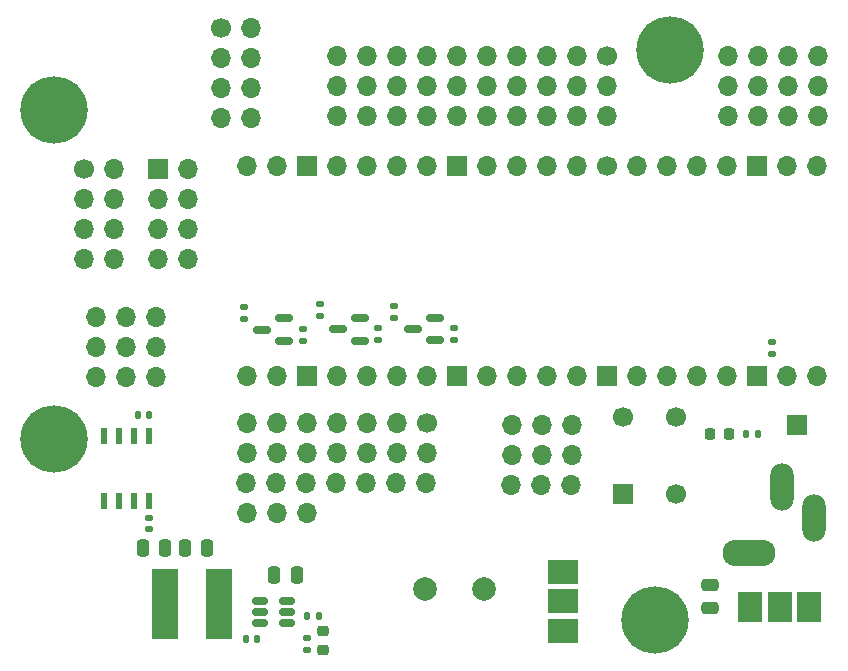
<source format=gbr>
%TF.GenerationSoftware,KiCad,Pcbnew,(6.0.9-0)*%
%TF.CreationDate,2023-04-03T15:52:03-04:00*%
%TF.ProjectId,rcc-pico,7263632d-7069-4636-9f2e-6b696361645f,rev?*%
%TF.SameCoordinates,Original*%
%TF.FileFunction,Soldermask,Top*%
%TF.FilePolarity,Negative*%
%FSLAX46Y46*%
G04 Gerber Fmt 4.6, Leading zero omitted, Abs format (unit mm)*
G04 Created by KiCad (PCBNEW (6.0.9-0)) date 2023-04-03 15:52:03*
%MOMM*%
%LPD*%
G01*
G04 APERTURE LIST*
G04 Aperture macros list*
%AMRoundRect*
0 Rectangle with rounded corners*
0 $1 Rounding radius*
0 $2 $3 $4 $5 $6 $7 $8 $9 X,Y pos of 4 corners*
0 Add a 4 corners polygon primitive as box body*
4,1,4,$2,$3,$4,$5,$6,$7,$8,$9,$2,$3,0*
0 Add four circle primitives for the rounded corners*
1,1,$1+$1,$2,$3*
1,1,$1+$1,$4,$5*
1,1,$1+$1,$6,$7*
1,1,$1+$1,$8,$9*
0 Add four rect primitives between the rounded corners*
20,1,$1+$1,$2,$3,$4,$5,0*
20,1,$1+$1,$4,$5,$6,$7,0*
20,1,$1+$1,$6,$7,$8,$9,0*
20,1,$1+$1,$8,$9,$2,$3,0*%
G04 Aperture macros list end*
%ADD10RoundRect,0.140000X-0.170000X0.140000X-0.170000X-0.140000X0.170000X-0.140000X0.170000X0.140000X0*%
%ADD11C,1.700000*%
%ADD12O,1.700000X1.700000*%
%ADD13RoundRect,0.218750X0.218750X0.256250X-0.218750X0.256250X-0.218750X-0.256250X0.218750X-0.256250X0*%
%ADD14RoundRect,0.150000X0.587500X0.150000X-0.587500X0.150000X-0.587500X-0.150000X0.587500X-0.150000X0*%
%ADD15R,1.700000X1.700000*%
%ADD16C,5.700000*%
%ADD17RoundRect,0.250000X0.250000X0.475000X-0.250000X0.475000X-0.250000X-0.475000X0.250000X-0.475000X0*%
%ADD18RoundRect,0.250000X-0.475000X0.250000X-0.475000X-0.250000X0.475000X-0.250000X0.475000X0.250000X0*%
%ADD19RoundRect,0.150000X0.512500X0.150000X-0.512500X0.150000X-0.512500X-0.150000X0.512500X-0.150000X0*%
%ADD20R,2.000000X2.550000*%
%ADD21RoundRect,0.135000X-0.135000X-0.185000X0.135000X-0.185000X0.135000X0.185000X-0.135000X0.185000X0*%
%ADD22RoundRect,0.135000X0.185000X-0.135000X0.185000X0.135000X-0.185000X0.135000X-0.185000X-0.135000X0*%
%ADD23RoundRect,0.135000X-0.185000X0.135000X-0.185000X-0.135000X0.185000X-0.135000X0.185000X0.135000X0*%
%ADD24R,2.550000X2.000000*%
%ADD25RoundRect,0.250000X-0.250000X-0.475000X0.250000X-0.475000X0.250000X0.475000X-0.250000X0.475000X0*%
%ADD26RoundRect,0.140000X0.140000X0.170000X-0.140000X0.170000X-0.140000X-0.170000X0.140000X-0.170000X0*%
%ADD27R,0.558800X1.460500*%
%ADD28RoundRect,0.225000X-0.250000X0.225000X-0.250000X-0.225000X0.250000X-0.225000X0.250000X0.225000X0*%
%ADD29C,2.000000*%
%ADD30O,4.500000X2.250000*%
%ADD31O,2.000000X4.000000*%
%ADD32R,2.225000X5.950000*%
G04 APERTURE END LIST*
D10*
%TO.C,C9*%
X140425000Y-114970000D03*
X140425000Y-115930000D03*
%TD*%
D11*
%TO.C,J10*%
X82200000Y-100317500D03*
D12*
X82200000Y-102857500D03*
X82200000Y-105397500D03*
X82200000Y-107937500D03*
X84740000Y-100317500D03*
X84740000Y-102857500D03*
X84740000Y-105397500D03*
X84740000Y-107937500D03*
%TD*%
D13*
%TO.C,D1*%
X136775000Y-122725000D03*
X135200000Y-122725000D03*
%TD*%
D12*
%TO.C,J4*%
X144340000Y-90750000D03*
X141800000Y-90750000D03*
X139260000Y-90750000D03*
X136720000Y-90750000D03*
X144340000Y-93290000D03*
X141800000Y-93290000D03*
X139260000Y-93290000D03*
X136720000Y-93290000D03*
X144330000Y-95830000D03*
X141790000Y-95830000D03*
X139250000Y-95830000D03*
X136710000Y-95830000D03*
%TD*%
D14*
%TO.C,Q2*%
X105537500Y-114825000D03*
X105537500Y-112925000D03*
X103662500Y-113875000D03*
%TD*%
D11*
%TO.C,J9*%
X111175000Y-121825000D03*
D12*
X108635000Y-121825000D03*
X106095000Y-121825000D03*
X103555000Y-121825000D03*
X101015000Y-121825000D03*
X98475000Y-121825000D03*
X95935000Y-121825000D03*
X111175000Y-124365000D03*
X108635000Y-124365000D03*
X106095000Y-124365000D03*
X103555000Y-124365000D03*
X101015000Y-124365000D03*
X98475000Y-124365000D03*
X95935000Y-124365000D03*
X111165000Y-126905000D03*
X108625000Y-126905000D03*
X106085000Y-126905000D03*
X103545000Y-126905000D03*
X101005000Y-126905000D03*
X98465000Y-126905000D03*
X95925000Y-126905000D03*
X101015000Y-129445000D03*
X98475000Y-129445000D03*
X95935000Y-129445000D03*
%TD*%
%TO.C,U4*%
X144230000Y-100015200D03*
X141690000Y-100015200D03*
D15*
X139150000Y-100015200D03*
D12*
X136610000Y-100015200D03*
X134070000Y-100015200D03*
X131530000Y-100015200D03*
X128990000Y-100015200D03*
D11*
X126450000Y-100015200D03*
D12*
X123910000Y-100015200D03*
X121370000Y-100015200D03*
X118830000Y-100015200D03*
X116290000Y-100015200D03*
D15*
X113750000Y-100015200D03*
D12*
X111210000Y-100015200D03*
X108670000Y-100015200D03*
X106130000Y-100015200D03*
X103590000Y-100015200D03*
D15*
X101050000Y-100015200D03*
D12*
X98510000Y-100015200D03*
X95970000Y-100015200D03*
X95970000Y-117795200D03*
X98510000Y-117795200D03*
D15*
X101050000Y-117795200D03*
D12*
X103590000Y-117795200D03*
X106130000Y-117795200D03*
X108670000Y-117795200D03*
X111210000Y-117795200D03*
D15*
X113750000Y-117795200D03*
D12*
X116290000Y-117795200D03*
X118830000Y-117795200D03*
X121370000Y-117795200D03*
X123910000Y-117795200D03*
D15*
X126450000Y-117795200D03*
D12*
X128990000Y-117795200D03*
X131530000Y-117795200D03*
X134070000Y-117795200D03*
X136610000Y-117795200D03*
D15*
X139150000Y-117795200D03*
D12*
X141690000Y-117795200D03*
X144230000Y-117795200D03*
%TD*%
D16*
%TO.C,H1*%
X131800000Y-90200000D03*
%TD*%
D17*
%TO.C,C2*%
X100200000Y-134675000D03*
X98300000Y-134675000D03*
%TD*%
D12*
%TO.C,J8*%
X123460000Y-121935000D03*
X120920000Y-121935000D03*
X118380000Y-121935000D03*
X123460000Y-124475000D03*
X120920000Y-124475000D03*
X118380000Y-124475000D03*
X123450000Y-127015000D03*
X120910000Y-127015000D03*
X118370000Y-127015000D03*
%TD*%
D18*
%TO.C,C1*%
X135150000Y-135550000D03*
X135150000Y-137450000D03*
%TD*%
D19*
%TO.C,U1*%
X99350000Y-138750000D03*
X99350000Y-137800000D03*
X99350000Y-136850000D03*
X97075000Y-136850000D03*
X97075000Y-137800000D03*
X97075000Y-138750000D03*
%TD*%
D15*
%TO.C,J7*%
X88450000Y-100317500D03*
D12*
X88450000Y-102857500D03*
X88450000Y-105397500D03*
X88450000Y-107937500D03*
X90990000Y-100317500D03*
X90990000Y-102857500D03*
X90990000Y-105397500D03*
X90990000Y-107937500D03*
%TD*%
D20*
%TO.C,SW-on/off1*%
X143575000Y-137400000D03*
X141075000Y-137400000D03*
X138575000Y-137400000D03*
%TD*%
D21*
%TO.C,R3*%
X138190000Y-122700000D03*
X139210000Y-122700000D03*
%TD*%
%TO.C,R2*%
X101090000Y-138125000D03*
X102110000Y-138125000D03*
%TD*%
D10*
%TO.C,C8*%
X87650000Y-129845000D03*
X87650000Y-130805000D03*
%TD*%
D22*
%TO.C,R8*%
X100750000Y-114845000D03*
X100750000Y-113825000D03*
%TD*%
D16*
%TO.C,H2*%
X130525000Y-138450000D03*
%TD*%
%TO.C,H3*%
X79625000Y-95275000D03*
%TD*%
D23*
%TO.C,R5*%
X108450000Y-111865000D03*
X108450000Y-112885000D03*
%TD*%
D11*
%TO.C,SW1*%
X127825000Y-121300000D03*
D15*
X127825000Y-127800000D03*
D11*
X132325000Y-127800000D03*
X132325000Y-121300000D03*
%TD*%
%TO.C,J5*%
X126455000Y-90735000D03*
D12*
X123915000Y-90735000D03*
X121375000Y-90735000D03*
X118835000Y-90735000D03*
X116295000Y-90735000D03*
X113755000Y-90735000D03*
X111215000Y-90735000D03*
X108675000Y-90735000D03*
X106135000Y-90735000D03*
X103595000Y-90735000D03*
X126455000Y-93275000D03*
X123915000Y-93275000D03*
X121375000Y-93275000D03*
X118835000Y-93275000D03*
X116295000Y-93275000D03*
X113755000Y-93275000D03*
X111215000Y-93275000D03*
X108675000Y-93275000D03*
X106135000Y-93275000D03*
X103595000Y-93275000D03*
X126445000Y-95815000D03*
X123905000Y-95815000D03*
X121365000Y-95815000D03*
X118825000Y-95815000D03*
X116285000Y-95815000D03*
X113745000Y-95815000D03*
X111205000Y-95815000D03*
X108665000Y-95815000D03*
X106125000Y-95815000D03*
X103585000Y-95815000D03*
%TD*%
D24*
%TO.C,SW-on/off2*%
X122700000Y-139412500D03*
X122700000Y-136912500D03*
X122700000Y-134412500D03*
%TD*%
D25*
%TO.C,C5*%
X90700000Y-132425000D03*
X92600000Y-132425000D03*
%TD*%
D12*
%TO.C,J3*%
X83175000Y-117905000D03*
X85715000Y-117905000D03*
X88255000Y-117905000D03*
X83175000Y-115365000D03*
X85715000Y-115365000D03*
X88255000Y-115365000D03*
X83185000Y-112825000D03*
X85725000Y-112825000D03*
X88265000Y-112825000D03*
%TD*%
D26*
%TO.C,C3*%
X96860000Y-140075000D03*
X95900000Y-140075000D03*
%TD*%
D22*
%TO.C,R6*%
X107100000Y-114810000D03*
X107100000Y-113790000D03*
%TD*%
D23*
%TO.C,R9*%
X95725000Y-112015000D03*
X95725000Y-113035000D03*
%TD*%
D14*
%TO.C,Q1*%
X111900000Y-114800000D03*
X111900000Y-112900000D03*
X110025000Y-113850000D03*
%TD*%
D17*
%TO.C,C6*%
X89075000Y-132425000D03*
X87175000Y-132425000D03*
%TD*%
D14*
%TO.C,Q3*%
X99137500Y-114850000D03*
X99137500Y-112950000D03*
X97262500Y-113900000D03*
%TD*%
D26*
%TO.C,C7*%
X87680000Y-121150000D03*
X86720000Y-121150000D03*
%TD*%
D27*
%TO.C,U2*%
X87677500Y-122940975D03*
X86407500Y-122940975D03*
X85137500Y-122940975D03*
X83867500Y-122940975D03*
X83867500Y-128389275D03*
X85137500Y-128389275D03*
X86407500Y-128389275D03*
X87677500Y-128389275D03*
%TD*%
D16*
%TO.C,H4*%
X79675000Y-123200000D03*
%TD*%
D22*
%TO.C,R4*%
X113537500Y-114770000D03*
X113537500Y-113750000D03*
%TD*%
D11*
%TO.C,J6*%
X93800000Y-88325000D03*
D12*
X96340000Y-88325000D03*
X93800000Y-90865000D03*
X96340000Y-90865000D03*
X93800000Y-93405000D03*
X96340000Y-93405000D03*
X93800000Y-95945000D03*
X96340000Y-95945000D03*
%TD*%
D23*
%TO.C,R7*%
X102125000Y-111765000D03*
X102125000Y-112785000D03*
%TD*%
D28*
%TO.C,C4*%
X102425000Y-139450000D03*
X102425000Y-141000000D03*
%TD*%
D15*
%TO.C,TP1*%
X142550000Y-121950000D03*
%TD*%
D29*
%TO.C,J2*%
X116025000Y-135837500D03*
X111025000Y-135837500D03*
%TD*%
D30*
%TO.C,J1*%
X138475000Y-132800000D03*
D31*
X143975000Y-129850000D03*
X141275000Y-127250000D03*
%TD*%
D32*
%TO.C,L1*%
X93625000Y-137137500D03*
X89025000Y-137137500D03*
%TD*%
D23*
%TO.C,R1*%
X101025000Y-140040000D03*
X101025000Y-141060000D03*
%TD*%
M02*

</source>
